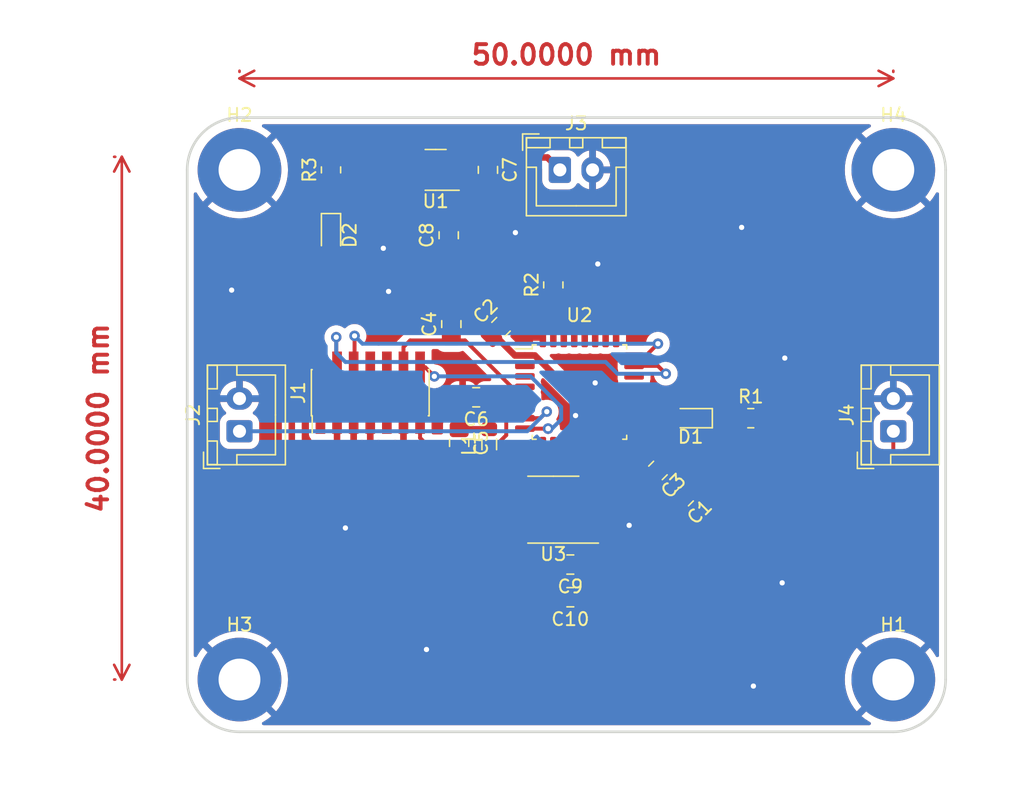
<source format=kicad_pcb>
(kicad_pcb (version 20211014) (generator pcbnew)
  (layers (0 "F.Cu" signal) (31 "B.Cu" signal) (34 "B.Paste" user) (35 "F.Paste" user) (36 "B.SilkS" user "B.Silkscreen") (37 "F.SilkS" user "F.Silkscreen") (38 "B.Mask" user) (39 "F.Mask" user) (44 "Edge.Cuts" user))
  (net 0 "")
  (net 1 "+3.3V")
  (net 2 "GND")
  (net 3 "NRST")
  (net 4 "+5V")
  (net 5 "Net-(D1-Pad1)")
  (net 6 "LED_STATUS")
  (net 7 "Net-(D2-Pad1)")
  (net 10 "SWDIO")
  (net 11 "SWDCK")
  (net 15 "USART2_RX")
  (net 16 "USART2_TX")
  (net 17 "ADC_IN1")
  (net 18 "DAC_OUT")
  (net 19 "Net-(R2-Pad1)")
  (net 23 "+3.3VA")
  (net 25 "DAC_nLDAC")
  (net 26 "DAC_nCS")
  (net 27 "SPI1_SCK")
  (net 28 "SPI1_MOSI")
  (footprint "Package_TO_SOT_SMD:SOT-23-5" (layer "F.Cu") (at 79 44 180)
    (fp_text reference "U1" (at 0 -2.4) (layer "F.SilkS"))
    (fp_text value "BU33SD5WG-TR")
    (fp_line (start 0 1.56) (end -0.8 1.56) (layer "F.SilkS") (width 0.12))
    (fp_line (start 0 -1.56) (end -1.8 -1.56) (layer "F.SilkS") (width 0.12))
    (fp_line (start 0 -1.56) (end 0.8 -1.56) (layer "F.SilkS") (width 0.12))
    (fp_line (start 0 1.56) (end 0.8 1.56) (layer "F.SilkS") (width 0.12))
    (pad "1" smd roundrect (at -1.1375 -0.95 180) (size 1.325 0.6) (layers "F.Cu" "F.Paste" "F.Mask") (net 4 "+5V"))
    (pad "2" smd roundrect (at -1.1375 0 180) (size 1.325 0.6) (layers "F.Cu" "F.Paste" "F.Mask") (net 2 "GND"))
    (pad "3" smd roundrect (at -1.1375 0.95 180) (size 1.325 0.6) (layers "F.Cu" "F.Paste" "F.Mask") (net 4 "+5V"))
    (pad "4" smd roundrect (at 1.1375 0.95 180) (size 1.325 0.6) (layers "F.Cu" "F.Paste" "F.Mask"))
    (pad "5" smd roundrect (at 1.1375 -0.95 180) (size 1.325 0.6) (layers "F.Cu" "F.Paste" "F.Mask") (net 1 "+3.3V"))
  )
  (footprint "Capacitor_SMD:C_0805_2012Metric_Pad1.18x1.45mm_HandSolder" (layer "F.Cu") (at 82.1 61.4 180)
    (fp_text reference "C6" (at 0 -1.68) (layer "F.SilkS"))
    (fp_text value "10n")
    (fp_line (start -0.261252 0.735) (end 0.261252 0.735) (layer "F.SilkS") (width 0.12))
    (fp_line (start -0.261252 -0.735) (end 0.261252 -0.735) (layer "F.SilkS") (width 0.12))
    (pad "1" smd roundrect (at -1.0375 0 180) (size 1.175 1.45) (layers "F.Cu" "F.Paste" "F.Mask") (roundrect_rratio 0.2127659574) (net 23 "+3.3VA"))
    (pad "2" smd roundrect (at 1.0375 0 180) (size 1.175 1.45) (layers "F.Cu" "F.Paste" "F.Mask") (roundrect_rratio 0.2127659574) (net 2 "GND"))
  )
  (footprint "LED_SMD:LED_0603_1608Metric_Pad1.05x0.95mm_HandSolder" (layer "F.Cu") (at 71 49 -90)
    (fp_text reference "D2" (at 0 -1.43 90) (layer "F.SilkS"))
    (fp_text value "LED")
    (fp_line (start 0.8 -0.735) (end -1.66 -0.735) (layer "F.SilkS") (width 0.12))
    (fp_line (start -1.66 0.735) (end 0.8 0.735) (layer "F.SilkS") (width 0.12))
    (fp_line (start -1.66 -0.735) (end -1.66 0.735) (layer "F.SilkS") (width 0.12))
    (pad "1" smd roundrect (at -0.875 0 270) (size 1.05 0.95) (layers "F.Cu" "F.Paste" "F.Mask") (net 7 "Net-(D2-Pad1)"))
    (pad "2" smd roundrect (at 0.875 0 270) (size 1.05 0.95) (layers "F.Cu" "F.Paste" "F.Mask") (net 1 "+3.3V"))
  )
  (footprint "Connector_PinHeader_1.27mm:PinHeader_2x07_P1.27mm_Vertical_SMD" (layer "F.Cu") (at 74 61.05 90)
    (fp_text reference "J1" (at 0 -5.505 90) (layer "F.SilkS"))
    (fp_text value "Conn_02x07_Odd_Even")
    (fp_line (start -1.765 4.505) (end 1.765 4.505) (layer "F.SilkS") (width 0.12))
    (fp_line (start 1.765 -4.505) (end 1.765 -4.44) (layer "F.SilkS") (width 0.12))
    (fp_line (start -1.765 -4.505) (end -1.765 -4.44) (layer "F.SilkS") (width 0.12))
    (fp_line (start -1.765 4.44) (end -1.765 4.505) (layer "F.SilkS") (width 0.12))
    (fp_line (start -3.09 -4.44) (end -1.765 -4.44) (layer "F.SilkS") (width 0.12))
    (fp_line (start 1.765 4.44) (end 1.765 4.505) (layer "F.SilkS") (width 0.12))
    (fp_line (start -1.765 -4.505) (end 1.765 -4.505) (layer "F.SilkS") (width 0.12))
    (pad "1" smd rect (at -1.95 -3.81 90) (size 2.4 0.74) (layers "F.Cu" "F.Paste" "F.Mask"))
    (pad "2" smd rect (at 1.95 -3.81 90) (size 2.4 0.74) (layers "F.Cu" "F.Paste" "F.Mask"))
    (pad "3" smd rect (at -1.95 -2.54 90) (size 2.4 0.74) (layers "F.Cu" "F.Paste" "F.Mask") (net 1 "+3.3V"))
    (pad "4" smd rect (at 1.95 -2.54 90) (size 2.4 0.74) (layers "F.Cu" "F.Paste" "F.Mask") (net 10 "SWDIO"))
    (pad "5" smd rect (at -1.95 -1.27 90) (size 2.4 0.74) (layers "F.Cu" "F.Paste" "F.Mask") (net 2 "GND"))
    (pad "6" smd rect (at 1.95 -1.27 90) (size 2.4 0.74) (layers "F.Cu" "F.Paste" "F.Mask") (net 11 "SWDCK"))
    (pad "7" smd rect (at -1.95 0 90) (size 2.4 0.74) (layers "F.Cu" "F.Paste" "F.Mask") (net 2 "GND"))
    (pad "8" smd rect (at 1.95 0 90) (size 2.4 0.74) (layers "F.Cu" "F.Paste" "F.Mask"))
    (pad "9" smd rect (at -1.95 1.27 90) (size 2.4 0.74) (layers "F.Cu" "F.Paste" "F.Mask"))
    (pad "10" smd rect (at 1.95 1.27 90) (size 2.4 0.74) (layers "F.Cu" "F.Paste" "F.Mask"))
    (pad "11" smd rect (at -1.95 2.54 90) (size 2.4 0.74) (layers "F.Cu" "F.Paste" "F.Mask") (net 2 "GND"))
    (pad "12" smd rect (at 1.95 2.54 90) (size 2.4 0.74) (layers "F.Cu" "F.Paste" "F.Mask") (net 3 "NRST"))
    (pad "13" smd rect (at -1.95 3.81 90) (size 2.4 0.74) (layers "F.Cu" "F.Paste" "F.Mask") (net 15 "USART2_RX"))
    (pad "14" smd rect (at 1.95 3.81 90) (size 2.4 0.74) (layers "F.Cu" "F.Paste" "F.Mask") (net 16 "USART2_TX"))
  )
  (footprint "Connector_JST:JST_XH_B2B-XH-A_1x02_P2.50mm_Vertical" (layer "F.Cu") (at 64 64 90)
    (fp_text reference "J2" (at 1.25 -3.55 90) (layer "F.SilkS"))
    (fp_text value "INPUT")
    (fp_line (start -1.8 -0.2) (end -1.8 2.75) (layer "F.SilkS") (width 0.12))
    (fp_line (start 5.05 -1.7) (end 5.05 -2.45) (layer "F.SilkS") (width 0.12))
    (fp_line (start -1.8 2.75) (end 1.25 2.75) (layer "F.SilkS") (width 0.12))
    (fp_line (start 0.75 -1.7) (end 1.75 -1.7) (layer "F.SilkS") (width 0.12))
    (fp_line (start -2.56 3.51) (end 5.06 3.51) (layer "F.SilkS") (width 0.12))
    (fp_line (start -2.56 -2.46) (end -2.56 3.51) (layer "F.SilkS") (width 0.12))
    (fp_line (start 5.06 -2.46) (end -2.56 -2.46) (layer "F.SilkS") (width 0.12))
    (fp_line (start 5.05 -2.45) (end 3.25 -2.45) (layer "F.SilkS") (width 0.12))
    (fp_line (start 3.25 -2.45) (end 3.25 -1.7) (layer "F.SilkS") (width 0.12))
    (fp_line (start -2.55 -2.45) (end -2.55 -1.7) (layer "F.SilkS") (width 0.12))
    (fp_line (start -2.55 -0.2) (end -1.8 -0.2) (layer "F.SilkS") (width 0.12))
    (fp_line (start 4.3 -0.2) (end 4.3 2.75) (layer "F.SilkS") (width 0.12))
    (fp_line (start -0.75 -1.7) (end -0.75 -2.45) (layer "F.SilkS") (width 0.12))
    (fp_line (start 0.75 -2.45) (end 0.75 -1.7) (layer "F.SilkS") (width 0.12))
    (fp_line (start -2.55 -1.7) (end -0.75 -1.7) (layer "F.SilkS") (width 0.12))
    (fp_line (start 5.06 3.51) (end 5.06 -2.46) (layer "F.SilkS") (width 0.12))
    (fp_line (start 1.75 -2.45) (end 0.75 -2.45) (layer "F.SilkS") (width 0.12))
    (fp_line (start 4.3 2.75) (end 1.25 2.75) (layer "F.SilkS") (width 0.12))
    (fp_line (start -1.6 -2.75) (end -2.85 -2.75) (layer "F.SilkS") (width 0.12))
    (fp_line (start 5.05 -0.2) (end 4.3 -0.2) (layer "F.SilkS") (width 0.12))
    (fp_line (start -0.75 -2.45) (end -2.55 -2.45) (layer "F.SilkS") (width 0.12))
    (fp_line (start 1.75 -1.7) (end 1.75 -2.45) (layer "F.SilkS") (width 0.12))
    (fp_line (start 3.25 -1.7) (end 5.05 -1.7) (layer "F.SilkS") (width 0.12))
    (fp_line (start -2.85 -2.75) (end -2.85 -1.5) (layer "F.SilkS") (width 0.12))
    (pad "1" thru_hole roundrect (at 0 0 90) (size 1.7 2) (drill 1) (layers *.Cu *.Mask) (roundrect_rratio 0.1470588235) (net 17 "ADC_IN1"))
    (pad "2" thru_hole oval (at 2.5 0 90) (size 1.7 2) (drill 1) (layers *.Cu *.Mask) (net 2 "GND"))
  )
  (footprint "Package_QFP:LQFP-32_7x7mm_P0.8mm" (layer "F.Cu") (at 90 61)
    (fp_text reference "U2" (at 0 -5.88) (layer "F.SilkS"))
    (fp_text value "STM32L021K4Tx")
    (fp_line (start 3.31 3.61) (end 3.61 3.61) (layer "F.SilkS") (width 0.12))
    (fp_line (start -3.31 3.61) (end -3.61 3.61) (layer "F.SilkS") (width 0.12))
    (fp_line (start 3.31 -3.61) (end 3.61 -3.61) (layer "F.SilkS") (width 0.12))
    (fp_line (start -3.61 3.61) (end -3.61 3.31) (layer "F.SilkS") (width 0.12))
    (fp_line (start 3.61 3.61) (end 3.61 3.31) (layer "F.SilkS") (width 0.12))
    (fp_line (start 3.61 -3.61) (end 3.61 -3.31) (layer "F.SilkS") (width 0.12))
    (fp_line (start -3.31 -3.61) (end -3.61 -3.61) (layer "F.SilkS") (width 0.12))
    (fp_line (start -3.61 -3.61) (end -3.61 -3.31) (layer "F.SilkS") (width 0.12))
    (fp_line (start -3.61 -3.31) (end -4.925 -3.31) (layer "F.SilkS") (width 0.12))
    (pad "1" smd roundrect (at -4.175 -2.8) (size 1.5 0.5) (layers "F.Cu" "F.Paste" "F.Mask") (net 1 "+3.3V"))
    (pad "2" smd roundrect (at -4.175 -2) (size 1.5 0.5) (layers "F.Cu" "F.Paste" "F.Mask"))
    (pad "3" smd roundrect (at -4.175 -1.2) (size 1.5 0.5) (layers "F.Cu" "F.Paste" "F.Mask"))
    (pad "4" smd roundrect (at -4.175 -0.4) (size 1.5 0.5) (layers "F.Cu" "F.Paste" "F.Mask") (net 3 "NRST"))
    (pad "5" smd roundrect (at -4.175 0.4) (size 1.5 0.5) (layers "F.Cu" "F.Paste" "F.Mask") (net 23 "+3.3VA"))
    (pad "6" smd roundrect (at -4.175 1.2) (size 1.5 0.5) (layers "F.Cu" "F.Paste" "F.Mask") (net 15 "USART2_RX"))
    (pad "7" smd roundrect (at -4.175 2) (size 1.5 0.5) (layers "F.Cu" "F.Paste" "F.Mask") (net 17 "ADC_IN1"))
    (pad "8" smd roundrect (at -4.175 2.8) (size 1.5 0.5) (layers "F.Cu" "F.Paste" "F.Mask") (net 16 "USART2_TX"))
    (pad "9" smd roundrect (at -2.8 4.175) (size 0.5 1.5) (layers "F.Cu" "F.Paste" "F.Mask") (net 25 "DAC_nLDAC"))
    (pad "10" smd roundrect (at -2 4.175) (size 0.5 1.5) (layers "F.Cu" "F.Paste" "F.Mask") (net 26 "DAC_nCS"))
    (pad "11" smd roundrect (at -1.2 4.175) (size 0.5 1.5) (layers "F.Cu" "F.Paste" "F.Mask") (net 27 "SPI1_SCK"))
    (pad "12" smd roundrect (at -0.4 4.175) (size 0.5 1.5) (layers "F.Cu" "F.Paste" "F.Mask"))
    (pad "13" smd roundrect (at 0.4 4.175) (size 0.5 1.5) (layers "F.Cu" "F.Paste" "F.Mask") (net 28 "SPI1_MOSI"))
    (pad "14" smd roundrect (at 1.2 4.175) (size 0.5 1.5) (layers "F.Cu" "F.Paste" "F.Mask"))
    (pad "15" smd roundrect (at 2 4.175) (size 0.5 1.5) (layers "F.Cu" "F.Paste" "F.Mask"))
    (pad "16" smd roundrect (at 2.8 4.175) (size 0.5 1.5) (layers "F.Cu" "F.Paste" "F.Mask") (net 2 "GND"))
    (pad "17" smd roundrect (at 4.175 2.8) (size 1.5 0.5) (layers "F.Cu" "F.Paste" "F.Mask") (net 1 "+3.3V"))
    (pad "18" smd roundrect (at 4.175 2) (size 1.5 0.5) (layers "F.Cu" "F.Paste" "F.Mask") (net 6 "LED_STATUS"))
    (pad "19" smd roundrect (at 4.175 1.2) (size 1.5 0.5) (layers "F.Cu" "F.Paste" "F.Mask"))
    (pad "20" smd roundrect (at 4.175 0.4) (size 1.5 0.5) (layers "F.Cu" "F.Paste" "F.Mask"))
    (pad "21" smd roundrect (at 4.175 -0.4) (size 1.5 0.5) (layers "F.Cu" "F.Paste" "F.Mask"))
    (pad "22" smd roundrect (at 4.175 -1.2) (size 1.5 0.5) (layers "F.Cu" "F.Paste" "F.Mask"))
    (pad "23" smd roundrect (at 4.175 -2) (size 1.5 0.5) (layers "F.Cu" "F.Paste" "F.Mask") (net 10 "SWDIO"))
    (pad "24" smd roundrect (at 4.175 -2.8) (size 1.5 0.5) (layers "F.Cu" "F.Paste" "F.Mask") (net 11 "SWDCK"))
    (pad "25" smd roundrect (at 2.8 -4.175) (size 0.5 1.5) (layers "F.Cu" "F.Paste" "F.Mask"))
    (pad "26" smd roundrect (at 2 -4.175) (size 0.5 1.5) (layers "F.Cu" "F.Paste" "F.Mask"))
    (pad "27" smd roundrect (at 1.2 -4.175) (size 0.5 1.5) (layers "F.Cu" "F.Paste" "F.Mask"))
    (pad "28" smd roundrect (at 0.4 -4.175) (size 0.5 1.5) (layers "F.Cu" "F.Paste" "F.Mask"))
    (pad "29" smd roundrect (at -0.4 -4.175) (size 0.5 1.5) (layers "F.Cu" "F.Paste" "F.Mask"))
    (pad "30" smd roundrect (at -1.2 -4.175) (size 0.5 1.5) (layers "F.Cu" "F.Paste" "F.Mask"))
    (pad "31" smd roundrect (at -2 -4.175) (size 0.5 1.5) (layers "F.Cu" "F.Paste" "F.Mask") (net 19 "Net-(R2-Pad1)"))
    (pad "32" smd roundrect (at -2.8 -4.175) (size 0.5 1.5) (layers "F.Cu" "F.Paste" "F.Mask") (net 2 "GND"))
  )
  (footprint "Connector_JST:JST_XH_B2B-XH-A_1x02_P2.50mm_Vertical" (layer "F.Cu") (at 88.5 44)
    (fp_text reference "J3" (at 1.25 -3.55) (layer "F.SilkS"))
    (fp_text value "POWER")
    (fp_line (start 4.3 2.75) (end 1.25 2.75) (layer "F.SilkS") (width 0.12))
    (fp_line (start 1.75 -1.7) (end 1.75 -2.45) (layer "F.SilkS") (width 0.12))
    (fp_line (start 4.3 -0.2) (end 4.3 2.75) (layer "F.SilkS") (width 0.12))
    (fp_line (start -1.6 -2.75) (end -2.85 -2.75) (layer "F.SilkS") (width 0.12))
    (fp_line (start -2.55 -1.7) (end -0.75 -1.7) (layer "F.SilkS") (width 0.12))
    (fp_line (start -2.85 -2.75) (end -2.85 -1.5) (layer "F.SilkS") (width 0.12))
    (fp_line (start -1.8 -0.2) (end -1.8 2.75) (layer "F.SilkS") (width 0.12))
    (fp_line (start 5.05 -1.7) (end 5.05 -2.45) (layer "F.SilkS") (width 0.12))
    (fp_line (start -0.75 -2.45) (end -2.55 -2.45) (layer "F.SilkS") (width 0.12))
    (fp_line (start 5.06 -2.46) (end -2.56 -2.46) (layer "F.SilkS") (width 0.12))
    (fp_line (start 3.25 -2.45) (end 3.25 -1.7) (layer "F.SilkS") (width 0.12))
    (fp_line (start 5.05 -0.2) (end 4.3 -0.2) (layer "F.SilkS") (width 0.12))
    (fp_line (start -2.55 -2.45) (end -2.55 -1.7) (layer "F.SilkS") (width 0.12))
    (fp_line (start -2.56 -2.46) (end -2.56 3.51) (layer "F.SilkS") (width 0.12))
    (fp_line (start 0.75 -2.45) (end 0.75 -1.7) (layer "F.SilkS") (width 0.12))
    (fp_line (start -1.8 2.75) (end 1.25 2.75) (layer "F.SilkS") (width 0.12))
    (fp_line (start -0.75 -1.7) (end -0.75 -2.45) (layer "F.SilkS") (width 0.12))
    (fp_line (start -2.55 -0.2) (end -1.8 -0.2) (layer "F.SilkS") (width 0.12))
    (fp_line (start 5.06 3.51) (end 5.06 -2.46) (layer "F.SilkS") (width 0.12))
    (fp_line (start 1.75 -2.45) (end 0.75 -2.45) (layer "F.SilkS") (width 0.12))
    (fp_line (start 5.05 -2.45) (end 3.25 -2.45) (layer "F.SilkS") (width 0.12))
    (fp_line (start 0.75 -1.7) (end 1.75 -1.7) (layer "F.SilkS") (width 0.12))
    (fp_line (start 3.25 -1.7) (end 5.05 -1.7) (layer "F.SilkS") (width 0.12))
    (fp_line (start -2.56 3.51) (end 5.06 3.51) (layer "F.SilkS") (width 0.12))
    (pad "1" thru_hole roundrect (at 0 0) (size 1.7 2) (drill 1) (layers *.Cu *.Mask) (roundrect_rratio 0.1470588235) (net 4 "+5V"))
    (pad "2" thru_hole oval (at 2.5 0) (size 1.7 2) (drill 1) (layers *.Cu *.Mask) (net 2 "GND"))
  )
  (footprint "Resistor_SMD:R_0805_2012Metric_Pad1.20x1.40mm_HandSolder" (layer "F.Cu") (at 103.1 63)
    (fp_text reference "R1" (at 0 -1.65) (layer "F.SilkS"))
    (fp_text value "1k")
    (fp_line (start -0.227064 -0.735) (end 0.227064 -0.735) (layer "F.SilkS") (width 0.12))
    (fp_line (start -0.227064 0.735) (end 0.227064 0.735) (layer "F.SilkS") (width 0.12))
    (pad "1" smd roundrect (at -1 0) (size 1.2 1.4) (layers "F.Cu" "F.Paste" "F.Mask") (roundrect_rratio 0.2083333333) (net 5 "Net-(D1-Pad1)"))
    (pad "2" smd roundrect (at 1 0) (size 1.2 1.4) (layers "F.Cu" "F.Paste" "F.Mask") (roundrect_rratio 0.2083333333) (net 2 "GND"))
  )
  (footprint "MountingHole:MountingHole_3.2mm_M3_Pad" (layer "F.Cu") (at 64 44)
    (fp_text reference "H2" (at 0 -4.2) (layer "F.SilkS"))
    (fp_text value "MountingHole_Pad")
    (pad "1" thru_hole circle (at 0 0) (size 6.4 6.4) (drill 3.2) (layers *.Cu *.Mask) (net 2 "GND"))
  )
  (footprint "Capacitor_SMD:C_0805_2012Metric_Pad1.18x1.45mm_HandSolder" (layer "F.Cu") (at 96 67 -135)
    (fp_text reference "C3" (at 0 -1.68 45) (layer "F.SilkS"))
    (fp_text value "100n")
    (fp_line (start -0.261252 0.735) (end 0.261252 0.735) (layer "F.SilkS") (width 0.12))
    (fp_line (start -0.261252 -0.735) (end 0.261252 -0.735) (layer "F.SilkS") (width 0.12))
    (pad "1" smd roundrect (at -1.0375 0 225) (size 1.175 1.45) (layers "F.Cu" "F.Paste" "F.Mask") (roundrect_rratio 0.2127659574) (net 1 "+3.3V"))
    (pad "2" smd roundrect (at 1.0375 0 225) (size 1.175 1.45) (layers "F.Cu" "F.Paste" "F.Mask") (roundrect_rratio 0.2127659574) (net 2 "GND"))
  )
  (footprint "Connector_JST:JST_XH_B2B-XH-A_1x02_P2.50mm_Vertical" (layer "F.Cu") (at 114 64 90)
    (fp_text reference "J4" (at 1.25 -3.55 90) (layer "F.SilkS"))
    (fp_text value "OUTPUT")
    (fp_line (start 0.75 -1.7) (end 1.75 -1.7) (layer "F.SilkS") (width 0.12))
    (fp_line (start 1.75 -2.45) (end 0.75 -2.45) (layer "F.SilkS") (width 0.12))
    (fp_line (start -2.56 -2.46) (end -2.56 3.51) (layer "F.SilkS") (width 0.12))
    (fp_line (start -0.75 -1.7) (end -0.75 -2.45) (layer "F.SilkS") (width 0.12))
    (fp_line (start -2.56 3.51) (end 5.06 3.51) (layer "F.SilkS") (width 0.12))
    (fp_line (start 3.25 -1.7) (end 5.05 -1.7) (layer "F.SilkS") (width 0.12))
    (fp_line (start 5.06 3.51) (end 5.06 -2.46) (layer "F.SilkS") (width 0.12))
    (fp_line (start -2.55 -2.45) (end -2.55 -1.7) (layer "F.SilkS") (width 0.12))
    (fp_line (start 5.05 -2.45) (end 3.25 -2.45) (layer "F.SilkS") (width 0.12))
    (fp_line (start -1.8 -0.2) (end -1.8 2.75) (layer "F.SilkS") (width 0.12))
    (fp_line (start -2.55 -1.7) (end -0.75 -1.7) (layer "F.SilkS") (width 0.12))
    (fp_line (start 5.06 -2.46) (end -2.56 -2.46) (layer "F.SilkS") (width 0.12))
    (fp_line (start -2.85 -2.75) (end -2.85 -1.5) (layer "F.SilkS") (width 0.12))
    (fp_line (start 5.05 -0.2) (end 4.3 -0.2) (layer "F.SilkS") (width 0.12))
    (fp_line (start -1.6 -2.75) (end -2.85 -2.75) (layer "F.SilkS") (width 0.12))
    (fp_line (start 5.05 -1.7) (end 5.05 -2.45) (layer "F.SilkS") (width 0.12))
    (fp_line (start 4.3 2.75) (end 1.25 2.75) (layer "F.SilkS") (width 0.12))
    (fp_line (start 0.75 -2.45) (end 0.75 -1.7) (layer "F.SilkS") (width 0.12))
    (fp_line (start -0.75 -2.45) (end -2.55 -2.45) (layer "F.SilkS") (width 0.12))
    (fp_line (start -1.8 2.75) (end 1.25 2.75) (layer "F.SilkS") (width 0.12))
    (fp_line (start 3.25 -2.45) (end 3.25 -1.7) (layer "F.SilkS") (width 0.12))
    (fp_line (start 1.75 -1.7) (end 1.75 -2.45) (layer "F.SilkS") (width 0.12))
    (fp_line (start 4.3 -0.2) (end 4.3 2.75) (layer "F.SilkS") (width 0.12))
    (fp_line (start -2.55 -0.2) (end -1.8 -0.2) (layer "F.SilkS") (width 0.12))
    (pad "1" thru_hole roundrect (at 0 0 90) (size 1.7 2) (drill 1) (layers *.Cu *.Mask) (roundrect_rratio 0.1470588235) (net 18 "DAC_OUT"))
    (pad "2" thru_hole oval (at 2.5 0 90) (size 1.7 2) (drill 1) (layers *.Cu *.Mask) (net 2 "GND"))
  )
  (footprint "Package_SO:SOIC-8_3.9x4.9mm_P1.27mm" (layer "F.Cu") (at 88 70 180)
    (fp_text reference "U3" (at 0 -3.4) (layer "F.SilkS"))
    (fp_text value "MCP4801")
    (fp_line (start 0 -2.56) (end 1.95 -2.56) (layer "F.SilkS") (width 0.12))
    (fp_line (start 0 2.56) (end -1.95 2.56) (layer "F.SilkS") (width 0.12))
    (fp_line (start 0 -2.56) (end -3.45 -2.56) (layer "F.SilkS") (width 0.12))
    (fp_line (start 0 2.56) (end 1.95 2.56) (layer "F.SilkS") (width 0.12))
    (pad "1" smd roundrect (at -2.475 -1.905 180) (size 1.95 0.6) (layers "F.Cu" "F.Paste" "F.Mask") (net 1 "+3.3V"))
    (pad "2" smd roundrect (at -2.475 -0.635 180) (size 1.95 0.6) (layers "F.Cu" "F.Paste" "F.Mask") (net 26 "DAC_nCS"))
    (pad "3" smd roundrect (at -2.475 0.635 180) (size 1.95 0.6) (layers "F.Cu" "F.Paste" "F.Mask") (net 27 "SPI1_SCK"))
    (pad "4" smd roundrect (at -2.475 1.905 180) (size 1.95 0.6) (layers "F.Cu" "F.Paste" "F.Mask") (net 28 "SPI1_MOSI"))
    (pad "5" smd roundrect (at 2.475 1.905 180) (size 1.95 0.6) (layers "F.Cu" "F.Paste" "F.Mask") (net 25 "DAC_nLDAC"))
    (pad "6" smd roundrect (at 2.475 0.635 180) (size 1.95 0.6) (layers "F.Cu" "F.Paste" "F.Mask") (net 1 "+3.3V"))
    (pad "7" smd roundrect (at 2.475 -0.635 180) (size 1.95 0.6) (layers "F.Cu" "F.Paste" "F.Mask") (net 2 "GND"))
    (pad "8" smd roundrect (at 2.475 -1.905 180) (size 1.95 0.6) (layers "F.Cu" "F.Paste" "F.Mask") (net 18 "DAC_OUT"))
  )
  (footprint "Resistor_SMD:R_0805_2012Metric_Pad1.20x1.40mm_HandSolder" (layer "F.Cu") (at 88 52.8 90)
    (fp_text reference "R2" (at 0 -1.65 90) (layer "F.SilkS"))
    (fp_text value "100k")
    (fp_line (start -0.227064 0.735) (end 0.227064 0.735) (layer "F.SilkS") (width 0.12))
    (fp_line (start -0.227064 -0.735) (end 0.227064 -0.735) (layer "F.SilkS") (width 0.12))
    (pad "1" smd roundrect (at -1 0 90) (size 1.2 1.4) (layers "F.Cu" "F.Paste" "F.Mask") (roundrect_rratio 0.2083333333) (net 19 "Net-(R2-Pad1)"))
    (pad "2" smd roundrect (at 1 0 90) (size 1.2 1.4) (layers "F.Cu" "F.Paste" "F.Mask") (roundrect_rratio 0.2083333333) (net 2 "GND"))
  )
  (footprint "Resistor_SMD:R_0805_2012Metric_Pad1.20x1.40mm_HandSolder" (layer "F.Cu") (at 71 44 90)
    (fp_text reference "R3" (at 0 -1.65 90) (layer "F.SilkS"))
    (fp_text value "1k")
    (fp_line (start -0.227064 0.735) (end 0.227064 0.735) (layer "F.SilkS") (width 0.12))
    (fp_line (start -0.227064 -0.735) (end 0.227064 -0.735) (layer "F.SilkS") (width 0.12))
    (pad "1" smd roundrect (at -1 0 90) (size 1.2 1.4) (layers "F.Cu" "F.Paste" "F.Mask") (roundrect_rratio 0.2083333333) (net 7 "Net-(D2-Pad1)"))
    (pad "2" smd roundrect (at 1 0 90) (size 1.2 1.4) (layers "F.Cu" "F.Paste" "F.Mask") (roundrect_rratio 0.2083333333) (net 2 "GND"))
  )
  (footprint "Capacitor_SMD:C_0805_2012Metric" (layer "F.Cu") (at 80 49 90)
    (fp_text reference "C8" (at 0 -1.68 90) (layer "F.SilkS"))
    (fp_text value "1uF")
    (fp_line (start -0.261252 0.735) (end 0.261252 0.735) (layer "F.SilkS") (width 0.12))
    (fp_line (start -0.261252 -0.735) (end 0.261252 -0.735) (layer "F.SilkS") (width 0.12))
    (pad "1" smd roundrect (at -0.95 0 90) (size 1 1.45) (layers "F.Cu" "F.Paste" "F.Mask") (net 1 "+3.3V"))
    (pad "2" smd roundrect (at 0.95 0 90) (size 1 1.45) (layers "F.Cu" "F.Paste" "F.Mask") (net 2 "GND"))
  )
  (footprint "Capacitor_SMD:C_0805_2012Metric_Pad1.18x1.45mm_HandSolder" (layer "F.Cu") (at 89.3 74.2 180)
    (fp_text reference "C9" (at 0 -1.68) (layer "F.SilkS"))
    (fp_text value "100n")
    (fp_line (start -0.261252 0.735) (end 0.261252 0.735) (layer "F.SilkS") (width 0.12))
    (fp_line (start -0.261252 -0.735) (end 0.261252 -0.735) (layer "F.SilkS") (width 0.12))
    (pad "1" smd roundrect (at -1.0375 0 180) (size 1.175 1.45) (layers "F.Cu" "F.Paste" "F.Mask") (roundrect_rratio 0.2127659574) (net 1 "+3.3V"))
    (pad "2" smd roundrect (at 1.0375 0 180) (size 1.175 1.45) (layers "F.Cu" "F.Paste" "F.Mask") (roundrect_rratio 0.2127659574) (net 2 "GND"))
  )
  (footprint "LED_SMD:LED_0603_1608Metric_Pad1.05x0.95mm_HandSolder" (layer "F.Cu") (at 98.5 63 180)
    (fp_text reference "D1" (at 0 -1.43) (layer "F.SilkS"))
    (fp_text value "ORANGE TLM01100_GSB")
    (fp_line (start -1.66 0.735) (end 0.8 0.735) (layer "F.SilkS") (width 0.12))
    (fp_line (start 0.8 -0.735) (end -1.66 -0.735) (layer "F.SilkS") (width 0.12))
    (fp_line (start -1.66 -0.735) (end -1.66 0.735) (layer "F.SilkS") (width 0.12))
    (pad "1" smd roundrect (at -0.875 0 180) (size 1.05 0.95) (layers "F.Cu" "F.Paste" "F.Mask") (net 5 "Net-(D1-Pad1)"))
    (pad "2" smd roundrect (at 0.875 0 180) (size 1.05 0.95) (layers "F.Cu" "F.Paste" "F.Mask") (net 6 "LED_STATUS"))
  )
  (footprint "MountingHole:MountingHole_3.2mm_M3_Pad" (layer "F.Cu") (at 64 83)
    (fp_text reference "H3" (at 0 -4.2) (layer "F.SilkS"))
    (fp_text value "MountingHole_Pad")
    (pad "1" thru_hole circle (at 0 0) (size 6.4 6.4) (drill 3.2) (layers *.Cu *.Mask) (net 2 "GND"))
  )
  (footprint "Capacitor_SMD:C_0805_2012Metric_Pad1.18x1.45mm_HandSolder" (layer "F.Cu") (at 80.2 55.8 90)
    (fp_text reference "C4" (at 0 -1.68 90) (layer "F.SilkS"))
    (fp_text value "100n")
    (fp_line (start -0.261252 -0.735) (end 0.261252 -0.735) (layer "F.SilkS") (width 0.12))
    (fp_line (start -0.261252 0.735) (end 0.261252 0.735) (layer "F.SilkS") (width 0.12))
    (pad "1" smd roundrect (at -1.0375 0 90) (size 1.175 1.45) (layers "F.Cu" "F.Paste" "F.Mask") (roundrect_rratio 0.2127659574) (net 3 "NRST"))
    (pad "2" smd roundrect (at 1.0375 0 90) (size 1.175 1.45) (layers "F.Cu" "F.Paste" "F.Mask") (roundrect_rratio 0.2127659574) (net 2 "GND"))
  )
  (footprint "Capacitor_SMD:C_0805_2012Metric_Pad1.18x1.45mm_HandSolder" (layer "F.Cu") (at 98 69 -135)
    (fp_text reference "C1" (at 0 -1.68 45) (layer "F.SilkS"))
    (fp_text value "4u7")
    (fp_line (start -0.261252 0.735) (end 0.261252 0.735) (layer "F.SilkS") (width 0.12))
    (fp_line (start -0.261252 -0.735) (end 0.261252 -0.735) (layer "F.SilkS") (width 0.12))
    (pad "1" smd roundrect (at -1.0375 0 225) (size 1.175 1.45) (layers "F.Cu" "F.Paste" "F.Mask") (roundrect_rratio 0.2127659574) (net 1 "+3.3V"))
    (pad "2" smd roundrect (at 1.0375 0 225) (size 1.175 1.45) (layers "F.Cu" "F.Paste" "F.Mask") (roundrect_rratio 0.2127659574) (net 2 "GND"))
  )
  (footprint "Capacitor_SMD:C_0805_2012Metric" (layer "F.Cu") (at 83 44 -90)
    (fp_text reference "C7" (at 0 -1.68 90) (layer "F.SilkS"))
    (fp_text value "1uF")
    (fp_line (start -0.261252 0.735) (end 0.261252 0.735) (layer "F.SilkS") (width 0.12))
    (fp_line (start -0.261252 -0.735) (end 0.261252 -0.735) (layer "F.SilkS") (width 0.12))
    (pad "1" smd roundrect (at -0.95 0 270) (size 1 1.45) (layers "F.Cu" "F.Paste" "F.Mask") (net 4 "+5V"))
    (pad "2" smd roundrect (at 0.95 0 270) (size 1 1.45) (layers "F.Cu" "F.Paste" "F.Mask") (net 2 "GND"))
  )
  (footprint "MountingHole:MountingHole_3.2mm_M3_Pad" (layer "F.Cu") (at 114 44)
    (fp_text reference "H4" (at 0 -4.2) (layer "F.SilkS"))
    (fp_text value "MountingHole_Pad")
    (pad "1" thru_hole circle (at 0 0) (size 6.4 6.4) (drill 3.2) (layers *.Cu *.Mask) (net 2 "GND"))
  )
  (footprint "Capacitor_SMD:C_0805_2012Metric_Pad1.18x1.45mm_HandSolder" (layer "F.Cu") (at 84 56 45)
    (fp_text reference "C2" (at 0 -1.68 45) (layer "F.SilkS"))
    (fp_text value "100n")
    (fp_line (start -0.261252 -0.735) (end 0.261252 -0.735) (layer "F.SilkS") (width 0.12))
    (fp_line (start -0.261252 0.735) (end 0.261252 0.735) (layer "F.SilkS") (width 0.12))
    (pad "1" smd roundrect (at -1.0375 0 45) (size 1.175 1.45) (layers "F.Cu" "F.Paste" "F.Mask") (roundrect_rratio 0.2127659574) (net 1 "+3.3V"))
    (pad "2" smd roundrect (at 1.0375 0 45) (size 1.175 1.45) (layers "F.Cu" "F.Paste" "F.Mask") (roundrect_rratio 0.2127659574) (net 2 "GND"))
  )
  (footprint "Inductor_SMD:L_0805_2012Metric_Pad1.05x1.20mm_HandSolder" (layer "F.Cu") (at 83.1 65 90)
    (fp_text reference "L1" (at 0 -1.55 90) (layer "F.SilkS"))
    (fp_text value "39n")
    (fp_line (start -0.410242 -0.56) (end 0.410242 -0.56) (layer "F.SilkS") (width 0.12))
    (fp_line (start -0.410242 0.56) (end 0.410242 0.56) (layer "F.SilkS") (width 0.12))
    (pad "1" smd roundrect (at -1.15 0 90) (size 1.05 1.2) (layers "F.Cu" "F.Paste" "F.Mask") (roundrect_rratio 0.2380952381) (net 1 "+3.3V"))
    (pad "2" smd roundrect (at 1.15 0 90) (size 1.05 1.2) (layers "F.Cu" "F.Paste" "F.Mask") (roundrect_rratio 0.2380952381) (net 23 "+3.3VA"))
  )
  (footprint "MountingHole:MountingHole_3.2mm_M3_Pad" (layer "F.Cu") (at 114 83)
    (fp_text reference "H1" (at 0 -4.2) (layer "F.SilkS"))
    (fp_text value "MountingHole_Pad")
    (pad "1" thru_hole circle (at 0 0) (size 6.4 6.4) (drill 3.2) (layers *.Cu *.Mask) (net 2 "GND"))
  )
  (footprint "Capacitor_SMD:C_0805_2012Metric" (layer "F.Cu") (at 89.3 76.7 180)
    (fp_text reference "C10" (at 0 -1.68) (layer "F.SilkS"))
    (fp_text value "10u")
    (fp_line (start -0.261252 -0.735) (end 0.261252 -0.735) (layer "F.SilkS") (width 0.12))
    (fp_line (start -0.261252 0.735) (end 0.261252 0.735) (layer "F.SilkS") (width 0.12))
    (pad "1" smd roundrect (at -0.95 0 180) (size 1 1.45) (layers "F.Cu" "F.Paste" "F.Mask") (net 1 "+3.3V"))
    (pad "2" smd roundrect (at 0.95 0 180) (size 1 1.45) (layers "F.Cu" "F.Paste" "F.Mask") (net 2 "GND"))
  )
  (footprint "Capacitor_SMD:C_0805_2012Metric_Pad1.18x1.45mm_HandSolder" (layer "F.Cu") (at 80.8 64.9 -90)
    (fp_text reference "C5" (at 0 -1.68 90) (layer "F.SilkS"))
    (fp_text value "1u")
    (fp_line (start -0.261252 -0.735) (end 0.261252 -0.735) (layer "F.SilkS") (width 0.12))
    (fp_line (start -0.261252 0.735) (end 0.261252 0.735) (layer "F.SilkS") (width 0.12))
    (pad "1" smd roundrect (at -1.0375 0 270) (size 1.175 1.45) (layers "F.Cu" "F.Paste" "F.Mask") (roundrect_rratio 0.2127659574) (net 23 "+3.3VA"))
    (pad "2" smd roundrect (at 1.0375 0 270) (size 1.175 1.45) (layers "F.Cu" "F.Paste" "F.Mask") (roundrect_rratio 0.2127659574) (net 2 "GND"))
  )
  (gr_arc (start 60 44) (mid 61.171573 41.171573) (end 64 40) (layer "Edge.Cuts") (width 0.2))
  (gr_line (start 118 44) (end 118 83) (layer "Edge.Cuts") (width 0.2))
  (gr_line (start 60 44) (end 60 83) (layer "Edge.Cuts") (width 0.2))
  (gr_arc (start 64 87) (mid 61.171573 85.828427) (end 60 83) (layer "Edge.Cuts") (width 0.2))
  (gr_line (start 64 87) (end 114 87) (layer "Edge.Cuts") (width 0.2))
  (gr_arc (start 114 40) (mid 116.828427 41.171573) (end 118 44) (layer "Edge.Cuts") (width 0.2))
  (gr_arc (start 118 83) (mid 116.828427 85.828427) (end 114 87) (layer "Edge.Cuts") (width 0.2))
  (gr_line (start 114 40) (end 64 40) (layer "Edge.Cuts") (width 0.2))
  (dimension (type aligned) (layer "F.Cu") (pts (xy 64 37) (xy 114 37)) (height 0) (gr_text "50.0000 mm" (at 89 35.2) (layer "F.Cu") (effects (font (size 1.5 1.5) (thickness 0.3)))) (format (units 3) (units_format 1) (precision 4)) (style (thickness 0.2) (arrow_length 1.27) (text_position_mode 0) (extension_height 0.58642) (extension_offset 0.5) keep_text_aligned))
  (dimension (type aligned) (layer "F.Cu") (pts (xy 55 83) (xy 55 43)) (height 0) (gr_text "40.0000 mm" (at 53.2 63 90) (layer "F.Cu") (effects (font (size 1.5 1.5) (thickness 0.3)))) (format (units 3) (units_format 1) (precision 4)) (style (thickness 0.2) (arrow_length 1.27) (text_position_mode 0) (extension_height 0.58642) (extension_offset 0.5) keep_text_aligned))
  (segment (start 85.825 58.2) (end 86.588173 58.2) (width 0.5) (layer "F.Cu") (net 1))
  (segment (start 83.1 66.15) (end 83.1 69.2) (width 0.5) (layer "F.Cu") (net 1))
  (segment (start 75 48.138172) (end 75.430914 48.569086) (width 0.5) (layer "F.Cu") (net 1))
  (segment (start 90.3375 76.6125) (end 90.25 76.7) (width 0.5) (layer "F.Cu") (net 1))
  (segment (start 98.733623 68.266377) (end 96.733623 66.266377) (width 0.5) (layer "F.Cu") (net 1))
  (segment (start 75 46) (end 75 48.138172) (width 0.5) (layer "F.Cu") (net 1))
  (segment (start 95.325 75.625) (end 94.25 76.7) (width 0.5) (layer "F.Cu") (net 1))
  (segment (start 83.1 69.2) (end 82.935 69.365) (width 0.5) (layer "F.Cu") (net 1))
  (segment (start 96.733623 66.266377) (end 96.641377 66.266377) (width 0.5) (layer "F.Cu") (net 1))
  (segment (start 85.525 69.365) (end 82.935 69.365) (width 0.5) (layer "F.Cu") (net 1))
  (segment (start 90.3375 74.2) (end 90.3375 76.6125) (width 0.5) (layer "F.Cu") (net 1))
  (segment (start 81.780914 51.730914) (end 80 49.95) (width 0.5) (layer "F.Cu") (net 1))
  (segment (start 80 49.95) (end 76.811828 49.95) (width 0.5) (layer "F.Cu") (net 1))
  (segment (start 68 65) (end 68 51.125) (width 0.5) (layer "F.Cu") (net 1))
  (segment (start 73.236827 49.875) (end 74.986827 48.125) (width 0.5) (layer "F.Cu") (net 1))
  (segment (start 76.811828 49.95) (end 75.430914 48.569086) (width 0.5) (layer "F.Cu") (net 1))
  (segment (start 99.7 69.232754) (end 98.733623 68.266377) (width 0.5) (layer "F.Cu") (net 1))
  (segment (start 77.8625 44.95) (end 76.05 44.95) (width 0.5) (layer "F.Cu") (net 1))
  (segment (start 86.588173 58.2) (end 92.188173 63.8) (width 0.5) (layer "F.Cu") (net 1))
  (segment (start 90.475 71.905) (end 90.475 74.0625) (width 0.5) (layer "F.Cu") (net 1))
  (segment (start 76.05 44.95) (end 75 46) (width 0.5) (layer "F.Cu") (net 1))
  (segment (start 90.475 74.0625) (end 90.3375 74.2) (width 0.5) (layer "F.Cu") (net 1))
  (segment (start 85.825 58.2) (end 85.061827 58.2) (width 0.5) (layer "F.Cu") (net 1))
  (segment (start 85.061827 58.2) (end 81.780914 54.919086) (width 0.5) (layer "F.Cu") (net 1))
  (segment (start 69.25 49.875) (end 71 49.875) (width 0.5) (layer "F.Cu") (net 1))
  (segment (start 71 49.875) (end 73.236827 49.875) (width 0.5) (layer "F.Cu") (net 1))
  (segment (start 86.555 69.365) (end 89.095 71.905) (width 0.5) (layer "F.Cu") (net 1))
  (segment (start 71.46 65.54) (end 68.54 65.54) (width 0.5) (layer "F.Cu") (net 1))
  (segment (start 80 49.95) (end 80 50) (width 0.5) (layer "F.Cu") (net 1))
  (segment (start 68.54 65.54) (end 68 65) (width 0.5) (layer "F.Cu") (net 1))
  (segment (start 75.430914 48.569086) (end 74.986827 48.125) (width 0.5) (layer "F.Cu") (net 1))
  (segment (start 71.46 65.54) (end 71.46 63) (width 0.5) (layer "F.Cu") (net 1))
  (segment (start 96.641377 66.266377) (end 94.175 63.8) (width 0.5) (layer "F.Cu") (net 1))
  (segment (start 92.188173 63.8) (end 94.175 63.8) (width 0.5) (layer "F.Cu") (net 1))
  (segment (start 75.285 69.365) (end 71.46 65.54) (width 0.5) (layer "F.Cu") (net 1))
  (segment (start 94.25 76.7) (end 90.25 76.7) (width 0.5) (layer "F.Cu") (net 1))
  (segment (start 95.325 75.625) (end 99.7 71.25) (width 0.5) (layer "F.Cu") (net 1))
  (segment (start 68 51.125) (end 69.25 49.875) (width 0.5) (layer "F.Cu") (net 1))
  (segment (start 85.525 69.365) (end 86.555 69.365) (width 0.5) (layer "F.Cu") (net 1))
  (segment (start 82.935 69.365) (end 75.285 69.365) (width 0.5) (layer "F.Cu") (net 1))
  (segment (start 99.7 71.25) (end 99.7 69.232754) (width 0.5) (layer "F.Cu") (net 1))
  (segment (start 81.780914 54.919086) (end 81.780914 51.730914) (width 0.5) (layer "F.Cu") (net 1))
  (segment (start 89.095 71.905) (end 90.475 71.905) (width 0.5) (layer "F.Cu") (net 1))
  (via (at 91.2 60.3) (size 0.8) (drill 0.4) (layers "F.Cu" "B.Cu") (net 2))
  (via (at 75 50) (size 0.8) (drill 0.4) (layers "F.Cu" "B.Cu") (net 2))
  (via (at 89.7 62.8) (size 0.8) (drill 0.4) (layers "F.Cu" "B.Cu") (net 2))
  (via (at 105.7 58.4) (size 0.8) (drill 0.4) (layers "F.Cu" "B.Cu") (net 2))
  (via (at 91.4 51.2) (size 0.8) (drill 0.4) (layers "F.Cu" "B.Cu") (net 2))
  (via (at 93.8 71.2) (size 0.8) (drill 0.4) (layers "F.Cu" "B.Cu") (net 2))
  (via (at 72.1 71.4) (size 0.8) (drill 0.4) (layers "F.Cu" "B.Cu") (net 2))
  (via (at 103.3 83.5) (size 0.8) (drill 0.4) (layers "F.Cu" "B.Cu") (net 2))
  (via (at 105.5 75.6) (size 0.8) (drill 0.4) (layers "F.Cu" "B.Cu") (net 2))
  (via (at 85.1 48.8) (size 0.8) (drill 0.4) (layers "F.Cu" "B.Cu") (net 2))
  (via (at 75.4 53.3) (size 0.8) (drill 0.4) (layers "F.Cu" "B.Cu") (net 2))
  (via (at 102.4 48.4) (size 0.8) (drill 0.4) (layers "F.Cu" "B.Cu") (net 2))
  (via (at 78.3 80.7) (size 0.8) (drill 0.4) (layers "F.Cu" "B.Cu") (net 2))
  (via (at 63.4 53.2) (size 0.8) (drill 0.4) (layers "F.Cu" "B.Cu") (net 2))
  (segment (start 85.825 60.6) (end 84.8 60.6) (width 0.3) (layer "F.Cu") (net 3))
  (segment (start 81.25 57.05) (end 77.05 57.05) (width 0.3) (layer "F.Cu") (net 3))
  (segment (start 77.05 57.05) (end 76.54 57.56) (width 0.3) (layer "F.Cu") (net 3))
  (segment (start 84.8 60.6) (end 81.25 57.05) (width 0.3) (layer "F.Cu") (net 3))
  (segment (start 76.54 57.56) (end 76.54 59.1) (width 0.3) (layer "F.Cu") (net 3))
  (segment (start 79.576472 44.95) (end 80.1375 44.95) (width 0.4) (layer "F.Cu") (net 4))
  (segment (start 83 43.05) (end 87.55 43.05) (width 0.5) (layer "F.Cu") (net 4))
  (segment (start 79.025 43.601472) (end 79.025 44.398528) (width 0.4) (layer "F.Cu") (net 4))
  (segment (start 79.025 44.398528) (end 79.576472 44.95) (width 0.4) (layer "F.Cu") (net 4))
  (segment (start 87.55 43.05) (end 88.5 44) (width 0.5) (layer "F.Cu") (net 4))
  (segment (start 83 43.05) (end 80.1375 43.05) (width 0.5) (layer "F.Cu") (net 4))
  (segment (start 79.576472 43.05) (end 79.025 43.601472) (width 0.4) (layer "F.Cu") (net 4))
  (segment (start 80.1375 43.05) (end 79.576472 43.05) (width 0.4) (layer "F.Cu") (net 4))
  (segment (start 99.375 63) (end 102.1 63) (width 0.3) (layer "F.Cu") (net 5))
  (segment (start 94.175 63) (end 97.625 63) (width 0.3) (layer "F.Cu") (net 6))
  (segment (start 71 48.125) (end 71 45) (width 0.3) (layer "F.Cu") (net 7))
  (segment (start 94.175 59) (end 96 59) (width 0.3) (layer "F.Cu") (net 10))
  (segment (start 96 59) (end 96.6 59.6) (width 0.3) (layer "F.Cu") (net 10))
  (segment (start 71.4 56.8) (end 71.4 59.04) (width 0.3) (layer "F.Cu") (net 10))
  (segment (start 71.4 59.04) (end 71.46 59.1) (width 0.3) (layer "F.Cu") (net 10))
  (via (at 96.6 59.6) (size 0.8) (drill 0.4) (layers "F.Cu" "B.Cu") (net 10))
  (via (at 71.4 56.8) (size 0.8) (drill 0.4) (layers "F.Cu" "B.Cu") (net 10))
  (segment (start 92 58.7) (end 72.1 58.7) (width 0.3) (layer "B.Cu") (net 10))
  (segment (start 92.9 59.6) (end 92 58.7) (width 0.3) (layer "B.Cu") (net 10))
  (segment (start 71.4 58) (end 71.4 56.8) (width 0.3) (layer "B.Cu") (net 10))
  (segment (start 96.6 59.6) (end 92.9 59.6) (width 0.3) (layer "B.Cu") (net 10))
  (segment (start 71.4 58) (end 72.1 58.7) (width 0.3) (layer "B.Cu") (net 10))
  (segment (start 95.1 58.2) (end 96 57.3) (width 0.3) (layer "F.Cu") (net 11))
  (segment (start 72.8 59.03) (end 72.73 59.1) (width 0.3) (layer "F.Cu") (net 11))
  (segment (start 72.8 56.7) (end 72.8 59.03) (width 0.3) (layer "F.Cu") (net 11))
  (segment (start 94.175 58.2) (end 95.1 58.2) (width 0.3) (layer "F.Cu") (net 11))
  (via (at 96 57.3) (size 0.8) (drill 0.4) (layers "F.Cu" "B.Cu") (net 11))
  (via (at 72.8 56.7) (size 0.8) (drill 0.4) (layers "F.Cu" "B.Cu") (net 11))
  (segment (start 96 57.3) (end 73.4 57.3) (width 0.3) (layer "B.Cu") (net 11))
  (segment (start 73.4 57.3) (end 72.8 56.7) (width 0.3) (layer "B.Cu") (net 11))
  (segment (start 83.8 64.9) (end 84.4 64.3) (width 0.3) (layer "F.Cu") (net 15))
  (segment (start 77.81 63) (end 77.81 64.51) (width 0.3) (layer "F.Cu") (net 15))
  (segment (start 84.9 62.2) (end 85.825 62.2) (width 0.3) (layer "F.Cu") (net 15))
  (segment (start 84.4 64.3) (end 84.4 62.7) (width 0.3) (layer "F.Cu") (net 15))
  (segment (start 78.2 64.9) (end 83.8 64.9) (width 0.3) (layer "F.Cu") (net 15))
  (segment (start 84.4 62.7) (end 84.9 62.2) (width 0.3) (layer "F.Cu") (net 15))
  (segment (start 77.81 64.51) (end 78.2 64.9) (width 0.3) (layer "F.Cu") (net 15))
  (segment (start 77.81 59.1) (end 78.2 59.1) (width 0.3) (layer "F.Cu") (net 16))
  (segment (start 78.2 59.1) (end 78.9 59.8) (width 0.3) (layer "F.Cu") (net 16))
  (segment (start 85.825 63.8) (end 87.6 63.8) (width 0.3) (layer "F.Cu") (net 16))
  (via (at 78.9 59.8) (size 0.8) (drill 0.4) (layers "F.Cu" "B.Cu") (net 16))
  (via (at 87.6 63.8) (size 0.8) (drill 0.4) (layers "F.Cu" "B.Cu") (net 16))
  (via (at 87.6 63.8) (size 0.8) (drill 0.4) (layers "F.Cu" "B.Cu") (net 16))
  (via (at 87.6 63.8) (size 0.8) (drill 0.4) (layers "F.Cu" "B.Cu") (net 16))
  (segment (start 88.6 62.139339) (end 88.6 63.1) (width 0.3) (layer "B.Cu") (net 16))
  (segment (start 78.9 59.8) (end 86.260661 59.8) (width 0.3) (layer "B.Cu") (net 16))
  (segment (start 86.260661 59.8) (end 88.6 62.139339) (width 0.3) (layer "B.Cu") (net 16))
  (segment (start 87.9 63.8) (end 87.6 63.8) (width 0.3) (layer "B.Cu") (net 16))
  (segment (start 88.6 63.1) (end 87.9 63.8) (width 0.3) (layer "B.Cu") (net 16))
  (segment (start 87 63) (end 85.825 63) (width 0.3) (layer "F.Cu") (net 17))
  (segment (start 87.5 62.5) (end 87 63) (width 0.3) (layer "F.Cu") (net 17))
  (via (at 87.5 62.5) (size 0.8) (drill 0.4) (layers "F.Cu" "B.Cu") (net 17))
  (segment (start 64 64) (end 86 64) (width 0.3) (layer "B.Cu") (net 17))
  (segment (start 86 64) (end 87.5 62.5) (width 0.3) (layer "B.Cu") (net 17))
  (segment (start 85.525 71.905) (end 85.525 78.525) (width 0.3) (layer "F.Cu") (net 18))
  (segment (start 109 81) (end 114 76) (width 0.3) (layer "F.Cu") (net 18))
  (segment (start 114 76) (end 114 64) (width 0.3) (layer "F.Cu") (net 18))
  (segment (start 85.525 78.525) (end 88 81) (width 0.3) (layer "F.Cu") (net 18))
  (segment (start 88 81) (end 109 81) (width 0.3) (layer "F.Cu") (net 18))
  (segment (start 88 56.825) (end 88 53.8) (width 0.3) (layer "F.Cu") (net 19))
  (segment (start 80.8125 63.85) (end 80.8 63.8625) (width 0.5) (layer "F.Cu") (net 23))
  (segment (start 83.1 61.4375) (end 83.1375 61.4) (width 0.5) (layer "F.Cu") (net 23))
  (segment (start 83.1 63.85) (end 80.8125 63.85) (width 0.5) (layer "F.Cu") (net 23))
  (segment (start 83.1 63.85) (end 83.1 61.4375) (width 0.5) (layer "F.Cu") (net 23))
  (segment (start 85.825 61.4) (end 83.1375 61.4) (width 0.5) (layer "F.Cu") (net 23))
  (segment (start 87.2 66.42) (end 85.525 68.095) (width 0.3) (layer "F.Cu") (net 25))
  (segment (start 87.2 65.175) (end 87.2 66.42) (width 0.3) (layer "F.Cu") (net 25))
  (segment (start 90.062893 70.635) (end 90.475 70.635) (width 0.3) (layer "F.Cu") (net 26))
  (segment (start 88 68.572107) (end 90.062893 70.635) (width 0.3) (layer "F.Cu") (net 26))
  (segment (start 88 65.175) (end 88 68.572107) (width 0.3) (layer "F.Cu") (net 26))
  (segment (start 88.8 65.175) (end 88.8 68.102107) (width 0.3) (layer "F.Cu") (net 27))
  (segment (start 88.8 68.102107) (end 90.062893 69.365) (width 0.3) (layer "F.Cu") (net 27))
  (segment (start 90.062893 69.365) (end 90.475 69.365) (width 0.3) (layer "F.Cu") (net 27))
  (segment (start 90.4 68.02) (end 90.475 68.095) (width 0.3) (layer "F.Cu") (net 28))
  (segment (start 90.4 65.175) (end 90.4 68.02) (width 0.3) (layer "F.Cu") (net 28))
  (zone (net 2) (net_name "GND") (layer "F.Cu") (connect_pads (clearance 0.508)) (min_thickness 0.254) (fill yes (thermal_gap 0.508) (thermal_bridge_width 0.508))
    (polygon (pts (xy 124 92) (xy 48 92) (xy 48 31) (xy 124 31)))
  )
  (zone (net 2) (net_name "GND") (layer "B.Cu") (connect_pads (clearance 0.508)) (min_thickness 0.254) (fill yes (thermal_gap 0.508) (thermal_bridge_width 0.508))
    (polygon (pts (xy 124 92) (xy 48 92) (xy 48 31) (xy 124 31)))
  )
)
</source>
